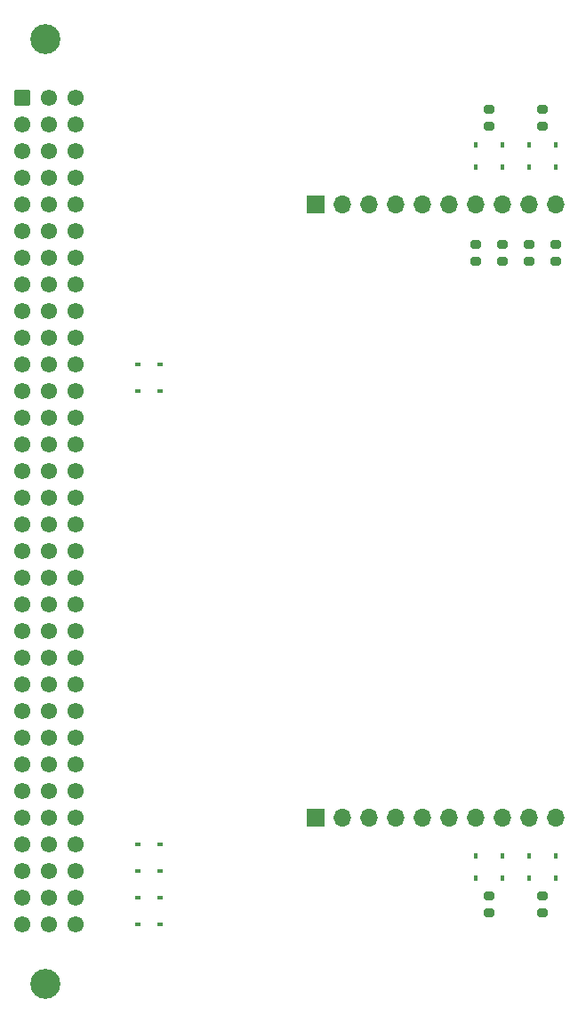
<source format=gts>
G04 #@! TF.GenerationSoftware,KiCad,Pcbnew,(6.0.2)*
G04 #@! TF.CreationDate,2022-03-23T23:40:58-07:00*
G04 #@! TF.ProjectId,test_rope,74657374-5f72-46f7-9065-2e6b69636164,rev?*
G04 #@! TF.SameCoordinates,Original*
G04 #@! TF.FileFunction,Soldermask,Top*
G04 #@! TF.FilePolarity,Negative*
%FSLAX46Y46*%
G04 Gerber Fmt 4.6, Leading zero omitted, Abs format (unit mm)*
G04 Created by KiCad (PCBNEW (6.0.2)) date 2022-03-23 23:40:58*
%MOMM*%
%LPD*%
G01*
G04 APERTURE LIST*
G04 Aperture macros list*
%AMRoundRect*
0 Rectangle with rounded corners*
0 $1 Rounding radius*
0 $2 $3 $4 $5 $6 $7 $8 $9 X,Y pos of 4 corners*
0 Add a 4 corners polygon primitive as box body*
4,1,4,$2,$3,$4,$5,$6,$7,$8,$9,$2,$3,0*
0 Add four circle primitives for the rounded corners*
1,1,$1+$1,$2,$3*
1,1,$1+$1,$4,$5*
1,1,$1+$1,$6,$7*
1,1,$1+$1,$8,$9*
0 Add four rect primitives between the rounded corners*
20,1,$1+$1,$2,$3,$4,$5,0*
20,1,$1+$1,$4,$5,$6,$7,0*
20,1,$1+$1,$6,$7,$8,$9,0*
20,1,$1+$1,$8,$9,$2,$3,0*%
G04 Aperture macros list end*
%ADD10RoundRect,0.200000X-0.275000X0.200000X-0.275000X-0.200000X0.275000X-0.200000X0.275000X0.200000X0*%
%ADD11RoundRect,0.200000X0.275000X-0.200000X0.275000X0.200000X-0.275000X0.200000X-0.275000X-0.200000X0*%
%ADD12R,1.700000X1.700000*%
%ADD13O,1.700000X1.700000*%
%ADD14C,2.850000*%
%ADD15RoundRect,0.249999X-0.525001X-0.525001X0.525001X-0.525001X0.525001X0.525001X-0.525001X0.525001X0*%
%ADD16C,1.550000*%
%ADD17R,0.450000X0.600000*%
%ADD18R,0.600000X0.450000*%
G04 APERTURE END LIST*
D10*
X156210000Y-49340000D03*
X156210000Y-50990000D03*
D11*
X157480000Y-63817000D03*
X157480000Y-62167000D03*
X154940000Y-63817000D03*
X154940000Y-62167000D03*
D12*
X134620000Y-116840000D03*
D13*
X137160000Y-116840000D03*
X139700000Y-116840000D03*
X142240000Y-116840000D03*
X144780000Y-116840000D03*
X147320000Y-116840000D03*
X149860000Y-116840000D03*
X152400000Y-116840000D03*
X154940000Y-116840000D03*
X157480000Y-116840000D03*
D14*
X108920000Y-42630000D03*
X108920000Y-132630000D03*
D15*
X106680000Y-48260000D03*
D16*
X106680000Y-50800000D03*
X106680000Y-53340000D03*
X106680000Y-55880000D03*
X106680000Y-58420000D03*
X106680000Y-60960000D03*
X106680000Y-63500000D03*
X106680000Y-66040000D03*
X106680000Y-68580000D03*
X106680000Y-71120000D03*
X106680000Y-73660000D03*
X106680000Y-76200000D03*
X106680000Y-78740000D03*
X106680000Y-81280000D03*
X106680000Y-83820000D03*
X106680000Y-86360000D03*
X106680000Y-88900000D03*
X106680000Y-91440000D03*
X106680000Y-93980000D03*
X106680000Y-96520000D03*
X106680000Y-99060000D03*
X106680000Y-101600000D03*
X106680000Y-104140000D03*
X106680000Y-106680000D03*
X106680000Y-109220000D03*
X106680000Y-111760000D03*
X106680000Y-114300000D03*
X106680000Y-116840000D03*
X106680000Y-119380000D03*
X106680000Y-121920000D03*
X106680000Y-124460000D03*
X106680000Y-127000000D03*
X109220000Y-48260000D03*
X109220000Y-50800000D03*
X109220000Y-53340000D03*
X109220000Y-55880000D03*
X109220000Y-58420000D03*
X109220000Y-60960000D03*
X109220000Y-63500000D03*
X109220000Y-66040000D03*
X109220000Y-68580000D03*
X109220000Y-71120000D03*
X109220000Y-73660000D03*
X109220000Y-76200000D03*
X109220000Y-78740000D03*
X109220000Y-81280000D03*
X109220000Y-83820000D03*
X109220000Y-86360000D03*
X109220000Y-88900000D03*
X109220000Y-91440000D03*
X109220000Y-93980000D03*
X109220000Y-96520000D03*
X109220000Y-99060000D03*
X109220000Y-101600000D03*
X109220000Y-104140000D03*
X109220000Y-106680000D03*
X109220000Y-109220000D03*
X109220000Y-111760000D03*
X109220000Y-114300000D03*
X109220000Y-116840000D03*
X109220000Y-119380000D03*
X109220000Y-121920000D03*
X109220000Y-124460000D03*
X109220000Y-127000000D03*
X111760000Y-48260000D03*
X111760000Y-50800000D03*
X111760000Y-53340000D03*
X111760000Y-55880000D03*
X111760000Y-58420000D03*
X111760000Y-60960000D03*
X111760000Y-63500000D03*
X111760000Y-66040000D03*
X111760000Y-68580000D03*
X111760000Y-71120000D03*
X111760000Y-73660000D03*
X111760000Y-76200000D03*
X111760000Y-78740000D03*
X111760000Y-81280000D03*
X111760000Y-83820000D03*
X111760000Y-86360000D03*
X111760000Y-88900000D03*
X111760000Y-91440000D03*
X111760000Y-93980000D03*
X111760000Y-96520000D03*
X111760000Y-99060000D03*
X111760000Y-101600000D03*
X111760000Y-104140000D03*
X111760000Y-106680000D03*
X111760000Y-109220000D03*
X111760000Y-111760000D03*
X111760000Y-114300000D03*
X111760000Y-116840000D03*
X111760000Y-119380000D03*
X111760000Y-121920000D03*
X111760000Y-124460000D03*
X111760000Y-127000000D03*
D17*
X149860000Y-54805000D03*
X149860000Y-52705000D03*
X157480000Y-122555000D03*
X157480000Y-120455000D03*
X157480000Y-54805000D03*
X157480000Y-52705000D03*
X154940000Y-54805000D03*
X154940000Y-52705000D03*
X152400000Y-122555000D03*
X152400000Y-120455000D03*
D11*
X152400000Y-63817000D03*
X152400000Y-62167000D03*
D18*
X119795000Y-124460000D03*
X117695000Y-124460000D03*
X119795000Y-119380000D03*
X117695000Y-119380000D03*
D17*
X149860000Y-120455000D03*
X149860000Y-122555000D03*
D18*
X117695000Y-76200000D03*
X119795000Y-76200000D03*
D13*
X157480000Y-58420000D03*
X154940000Y-58420000D03*
X152400000Y-58420000D03*
X149860000Y-58420000D03*
X147320000Y-58420000D03*
X144780000Y-58420000D03*
X142240000Y-58420000D03*
X139700000Y-58420000D03*
X137160000Y-58420000D03*
D12*
X134620000Y-58420000D03*
D18*
X117695000Y-127000000D03*
X119795000Y-127000000D03*
D10*
X151130000Y-50990000D03*
X151130000Y-49340000D03*
D17*
X152400000Y-52705000D03*
X152400000Y-54805000D03*
D18*
X117695000Y-73660000D03*
X119795000Y-73660000D03*
D11*
X156210000Y-125920000D03*
X156210000Y-124270000D03*
D17*
X154940000Y-122555000D03*
X154940000Y-120455000D03*
D18*
X119795000Y-121920000D03*
X117695000Y-121920000D03*
D11*
X151130000Y-124270000D03*
X151130000Y-125920000D03*
X149860000Y-63817000D03*
X149860000Y-62167000D03*
M02*

</source>
